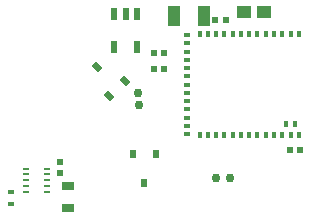
<source format=gtp>
G04*
G04 #@! TF.GenerationSoftware,Altium Limited,Altium Designer,25.4.2 (15)*
G04*
G04 Layer_Color=8421504*
%FSTAX24Y24*%
%MOIN*%
G70*
G04*
G04 #@! TF.SameCoordinates,E8C35838-7A26-4AB5-A82F-FF47F1EBD12F*
G04*
G04*
G04 #@! TF.FilePolarity,Positive*
G04*
G01*
G75*
%ADD16R,0.0197X0.0197*%
%ADD17R,0.0197X0.0197*%
%ADD18C,0.0300*%
%ADD19R,0.0217X0.0315*%
%ADD20R,0.0394X0.0709*%
%ADD21R,0.0157X0.0197*%
%ADD22R,0.0197X0.0157*%
%ADD23R,0.0475X0.0417*%
%ADD24R,0.0236X0.0177*%
%ADD25R,0.0236X0.0098*%
%ADD26R,0.0236X0.0110*%
%ADD27R,0.0413X0.0315*%
G04:AMPARAMS|DCode=28|XSize=21.7mil|YSize=31.5mil|CornerRadius=0mil|HoleSize=0mil|Usage=FLASHONLY|Rotation=223.000|XOffset=0mil|YOffset=0mil|HoleType=Round|Shape=Rectangle|*
%AMROTATEDRECTD28*
4,1,4,-0.0028,0.0189,0.0187,-0.0041,0.0028,-0.0189,-0.0187,0.0041,-0.0028,0.0189,0.0*
%
%ADD28ROTATEDRECTD28*%

%ADD29R,0.0236X0.0433*%
D16*
X025703Y01697D02*
D03*
X026057D02*
D03*
X025703Y01642D02*
D03*
X026057D02*
D03*
X030243Y01372D02*
D03*
X030597D02*
D03*
X027753Y01806D02*
D03*
X028107D02*
D03*
D17*
X022597Y012955D02*
D03*
Y013309D02*
D03*
D18*
X02521Y015206D02*
D03*
X0278Y0128D02*
D03*
X02825D02*
D03*
X0252Y01563D02*
D03*
D19*
X025026Y013592D02*
D03*
X025774D02*
D03*
X0254Y012608D02*
D03*
D20*
X026388Y01819D02*
D03*
X027372D02*
D03*
D21*
X030546Y017573D02*
D03*
X028065D02*
D03*
X02779D02*
D03*
X030427Y014581D02*
D03*
X029168Y014227D02*
D03*
X029443D02*
D03*
X027514Y017573D02*
D03*
X028065Y014227D02*
D03*
X028341Y017573D02*
D03*
X028616D02*
D03*
X028892D02*
D03*
X029168D02*
D03*
X029443D02*
D03*
X030546Y014227D02*
D03*
X03027D02*
D03*
X028892D02*
D03*
X028616D02*
D03*
X027238D02*
D03*
X029994Y017573D02*
D03*
X029719D02*
D03*
Y014227D02*
D03*
X029994D02*
D03*
X030112Y014581D02*
D03*
X03027Y017573D02*
D03*
X027238D02*
D03*
X027514Y014227D02*
D03*
X028341D02*
D03*
X02779D02*
D03*
D22*
X026825Y017554D02*
D03*
Y014246D02*
D03*
Y014522D02*
D03*
Y017278D02*
D03*
Y017002D02*
D03*
Y016451D02*
D03*
Y016176D02*
D03*
Y0159D02*
D03*
Y015624D02*
D03*
Y015073D02*
D03*
Y014798D02*
D03*
Y015349D02*
D03*
Y016727D02*
D03*
D23*
X029369Y018329D02*
D03*
X028718D02*
D03*
D24*
X02095Y011933D02*
D03*
Y012307D02*
D03*
D25*
X022164Y013104D02*
D03*
Y012907D02*
D03*
X021456Y01271D02*
D03*
Y012513D02*
D03*
Y012316D02*
D03*
X022164Y012513D02*
D03*
Y01271D02*
D03*
X021456Y012907D02*
D03*
Y013104D02*
D03*
D26*
X022164Y01231D02*
D03*
D27*
X02285Y011786D02*
D03*
Y012514D02*
D03*
D28*
X024759Y016035D02*
D03*
X024212Y015525D02*
D03*
X023814Y0165D02*
D03*
D29*
X025144Y018271D02*
D03*
X02477D02*
D03*
X024396D02*
D03*
Y017169D02*
D03*
X025144D02*
D03*
M02*

</source>
